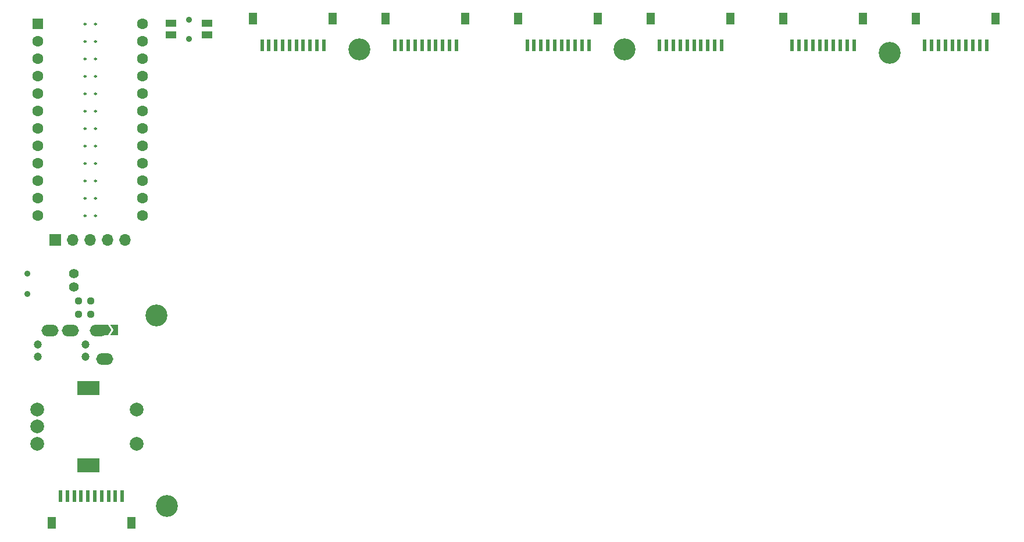
<source format=gbs>
G04 #@! TF.GenerationSoftware,KiCad,Pcbnew,7.0.5*
G04 #@! TF.CreationDate,2024-01-21T06:01:12-08:00*
G04 #@! TF.ProjectId,Seismos_5CoreR,53656973-6d6f-4735-9f35-436f7265522e,rev?*
G04 #@! TF.SameCoordinates,Original*
G04 #@! TF.FileFunction,Soldermask,Bot*
G04 #@! TF.FilePolarity,Negative*
%FSLAX46Y46*%
G04 Gerber Fmt 4.6, Leading zero omitted, Abs format (unit mm)*
G04 Created by KiCad (PCBNEW 7.0.5) date 2024-01-21 06:01:12*
%MOMM*%
%LPD*%
G01*
G04 APERTURE LIST*
G04 Aperture macros list*
%AMRoundRect*
0 Rectangle with rounded corners*
0 $1 Rounding radius*
0 $2 $3 $4 $5 $6 $7 $8 $9 X,Y pos of 4 corners*
0 Add a 4 corners polygon primitive as box body*
4,1,4,$2,$3,$4,$5,$6,$7,$8,$9,$2,$3,0*
0 Add four circle primitives for the rounded corners*
1,1,$1+$1,$2,$3*
1,1,$1+$1,$4,$5*
1,1,$1+$1,$6,$7*
1,1,$1+$1,$8,$9*
0 Add four rect primitives between the rounded corners*
20,1,$1+$1,$2,$3,$4,$5,0*
20,1,$1+$1,$4,$5,$6,$7,0*
20,1,$1+$1,$6,$7,$8,$9,0*
20,1,$1+$1,$8,$9,$2,$3,0*%
%AMFreePoly0*
4,1,6,1.000000,0.000000,0.500000,-0.750000,-0.500000,-0.750000,-0.500000,0.750000,0.500000,0.750000,1.000000,0.000000,1.000000,0.000000,$1*%
%AMFreePoly1*
4,1,6,0.500000,-0.750000,-0.650000,-0.750000,-0.150000,0.000000,-0.650000,0.750000,0.500000,0.750000,0.500000,-0.750000,0.500000,-0.750000,$1*%
G04 Aperture macros list end*
%ADD10C,0.250000*%
%ADD11C,3.200000*%
%ADD12C,2.000000*%
%ADD13R,3.200000X2.000000*%
%ADD14C,1.200000*%
%ADD15O,2.500000X1.700000*%
%ADD16R,1.700000X1.700000*%
%ADD17O,1.700000X1.700000*%
%ADD18C,0.900000*%
%ADD19C,1.400000*%
%ADD20C,1.600000*%
%ADD21R,1.600000X1.600000*%
%ADD22R,0.600000X1.700000*%
%ADD23R,1.200000X1.800000*%
%ADD24RoundRect,0.237500X0.250000X0.237500X-0.250000X0.237500X-0.250000X-0.237500X0.250000X-0.237500X0*%
%ADD25FreePoly0,0.000000*%
%ADD26FreePoly1,0.000000*%
%ADD27R,1.550000X1.000000*%
G04 APERTURE END LIST*
D10*
X42237000Y-22286000D02*
G75*
G03*
X42237000Y-22286000I-125000J0D01*
G01*
X40713000Y-22286000D02*
G75*
G03*
X40713000Y-22286000I-125000J0D01*
G01*
X42237000Y-24826000D02*
G75*
G03*
X42237000Y-24826000I-125000J0D01*
G01*
X40713000Y-24826000D02*
G75*
G03*
X40713000Y-24826000I-125000J0D01*
G01*
X42237000Y-27366000D02*
G75*
G03*
X42237000Y-27366000I-125000J0D01*
G01*
X40713000Y-27366000D02*
G75*
G03*
X40713000Y-27366000I-125000J0D01*
G01*
X42237000Y-29906000D02*
G75*
G03*
X42237000Y-29906000I-125000J0D01*
G01*
X40713000Y-29906000D02*
G75*
G03*
X40713000Y-29906000I-125000J0D01*
G01*
X42237000Y-32446000D02*
G75*
G03*
X42237000Y-32446000I-125000J0D01*
G01*
X40713000Y-32446000D02*
G75*
G03*
X40713000Y-32446000I-125000J0D01*
G01*
X42237000Y-34986000D02*
G75*
G03*
X42237000Y-34986000I-125000J0D01*
G01*
X40713000Y-34986000D02*
G75*
G03*
X40713000Y-34986000I-125000J0D01*
G01*
X42237000Y-37526000D02*
G75*
G03*
X42237000Y-37526000I-125000J0D01*
G01*
X40713000Y-37526000D02*
G75*
G03*
X40713000Y-37526000I-125000J0D01*
G01*
X42237000Y-40066000D02*
G75*
G03*
X42237000Y-40066000I-125000J0D01*
G01*
X40713000Y-40066000D02*
G75*
G03*
X40713000Y-40066000I-125000J0D01*
G01*
X42237000Y-42606000D02*
G75*
G03*
X42237000Y-42606000I-125000J0D01*
G01*
X40713000Y-42606000D02*
G75*
G03*
X40713000Y-42606000I-125000J0D01*
G01*
X42237000Y-45146000D02*
G75*
G03*
X42237000Y-45146000I-125000J0D01*
G01*
X40713000Y-45146000D02*
G75*
G03*
X40713000Y-45146000I-125000J0D01*
G01*
X42237000Y-47686000D02*
G75*
G03*
X42237000Y-47686000I-125000J0D01*
G01*
X40713000Y-47686000D02*
G75*
G03*
X40713000Y-47686000I-125000J0D01*
G01*
X42237000Y-50226000D02*
G75*
G03*
X42237000Y-50226000I-125000J0D01*
G01*
X40713000Y-50226000D02*
G75*
G03*
X40713000Y-50226000I-125000J0D01*
G01*
D11*
X51000000Y-64750000D03*
D12*
X33610000Y-78460000D03*
X33610000Y-83460000D03*
X33610000Y-80960000D03*
D13*
X41110000Y-75360000D03*
X41110000Y-86560000D03*
D12*
X48110000Y-83460000D03*
X48110000Y-78460000D03*
D14*
X33670000Y-70775000D03*
X40670000Y-70775000D03*
X33670000Y-69025000D03*
X40670000Y-69025000D03*
D15*
X42470000Y-66925000D03*
X38470000Y-66925000D03*
X35470000Y-66925000D03*
X43470000Y-71125000D03*
D16*
X36284000Y-53766000D03*
D17*
X38824000Y-53766000D03*
X41364000Y-53766000D03*
X43904000Y-53766000D03*
X46444000Y-53766000D03*
D18*
X32200000Y-58632000D03*
X32200000Y-61632000D03*
D19*
X38949500Y-60632000D03*
X38949500Y-58632000D03*
D11*
X80500000Y-26000000D03*
D20*
X48970000Y-22286000D03*
X33730000Y-22286000D03*
D21*
X33730000Y-22286000D03*
D20*
X48970000Y-24826000D03*
X33730000Y-24826000D03*
X48970000Y-27366000D03*
X33730000Y-27366000D03*
X48970000Y-29906000D03*
X33730000Y-29906000D03*
X48970000Y-32446000D03*
X33730000Y-32446000D03*
X48970000Y-34986000D03*
X33730000Y-34986000D03*
X48970000Y-37526000D03*
X33730000Y-37526000D03*
X48970000Y-40066000D03*
X33730000Y-40066000D03*
X48970000Y-42606000D03*
X33730000Y-42606000D03*
X48970000Y-45146000D03*
X33730000Y-45146000D03*
X48970000Y-47686000D03*
X33730000Y-47686000D03*
X48970000Y-50226000D03*
X33730000Y-50226000D03*
D11*
X157700000Y-26500000D03*
X52500000Y-92500000D03*
X119100000Y-26000000D03*
D22*
X66350000Y-25386000D03*
X67350000Y-25386000D03*
X68350000Y-25385000D03*
X69350000Y-25385000D03*
X70350000Y-25385000D03*
X71350000Y-25385000D03*
X72350000Y-25385000D03*
X73350000Y-25385000D03*
X74350000Y-25385000D03*
X75350000Y-25385000D03*
D23*
X65050000Y-21510000D03*
X76650000Y-21510000D03*
D24*
X41412500Y-64600000D03*
X39587500Y-64600000D03*
D25*
X43450000Y-66900000D03*
D26*
X44900000Y-66900000D03*
D22*
X85650000Y-25386000D03*
X86650000Y-25386000D03*
X87650000Y-25385000D03*
X88650000Y-25385000D03*
X89650000Y-25385000D03*
X90650000Y-25385000D03*
X91650000Y-25385000D03*
X92650000Y-25385000D03*
X93650000Y-25385000D03*
X94650000Y-25385000D03*
D23*
X84350000Y-21510000D03*
X95950000Y-21510000D03*
D24*
X41412500Y-62600000D03*
X39587500Y-62600000D03*
D18*
X55712500Y-24449500D03*
X55712500Y-21649500D03*
D27*
X58312500Y-23899500D03*
X58312500Y-22199500D03*
X53112500Y-23899500D03*
X53112500Y-22199500D03*
D22*
X46000000Y-91114000D03*
X45000000Y-91114000D03*
X44000000Y-91115000D03*
X43000000Y-91115000D03*
X42000000Y-91115000D03*
X41000000Y-91115000D03*
X40000000Y-91115000D03*
X39000000Y-91115000D03*
X38000000Y-91115000D03*
X37000000Y-91115000D03*
D23*
X47300000Y-94990000D03*
X35700000Y-94990000D03*
D22*
X162850000Y-25386000D03*
X163850000Y-25386000D03*
X164850000Y-25385000D03*
X165850000Y-25385000D03*
X166850000Y-25385000D03*
X167850000Y-25385000D03*
X168850000Y-25385000D03*
X169850000Y-25385000D03*
X170850000Y-25385000D03*
X171850000Y-25385000D03*
D23*
X161550000Y-21510000D03*
X173150000Y-21510000D03*
D22*
X124250000Y-25386000D03*
X125250000Y-25386000D03*
X126250000Y-25385000D03*
X127250000Y-25385000D03*
X128250000Y-25385000D03*
X129250000Y-25385000D03*
X130250000Y-25385000D03*
X131250000Y-25385000D03*
X132250000Y-25385000D03*
X133250000Y-25385000D03*
D23*
X122950000Y-21510000D03*
X134550000Y-21510000D03*
D22*
X104950000Y-25386000D03*
X105950000Y-25386000D03*
X106950000Y-25385000D03*
X107950000Y-25385000D03*
X108950000Y-25385000D03*
X109950000Y-25385000D03*
X110950000Y-25385000D03*
X111950000Y-25385000D03*
X112950000Y-25385000D03*
X113950000Y-25385000D03*
D23*
X103650000Y-21510000D03*
X115250000Y-21510000D03*
D22*
X143550000Y-25386000D03*
X144550000Y-25386000D03*
X145550000Y-25385000D03*
X146550000Y-25385000D03*
X147550000Y-25385000D03*
X148550000Y-25385000D03*
X149550000Y-25385000D03*
X150550000Y-25385000D03*
X151550000Y-25385000D03*
X152550000Y-25385000D03*
D23*
X142250000Y-21510000D03*
X153850000Y-21510000D03*
M02*

</source>
